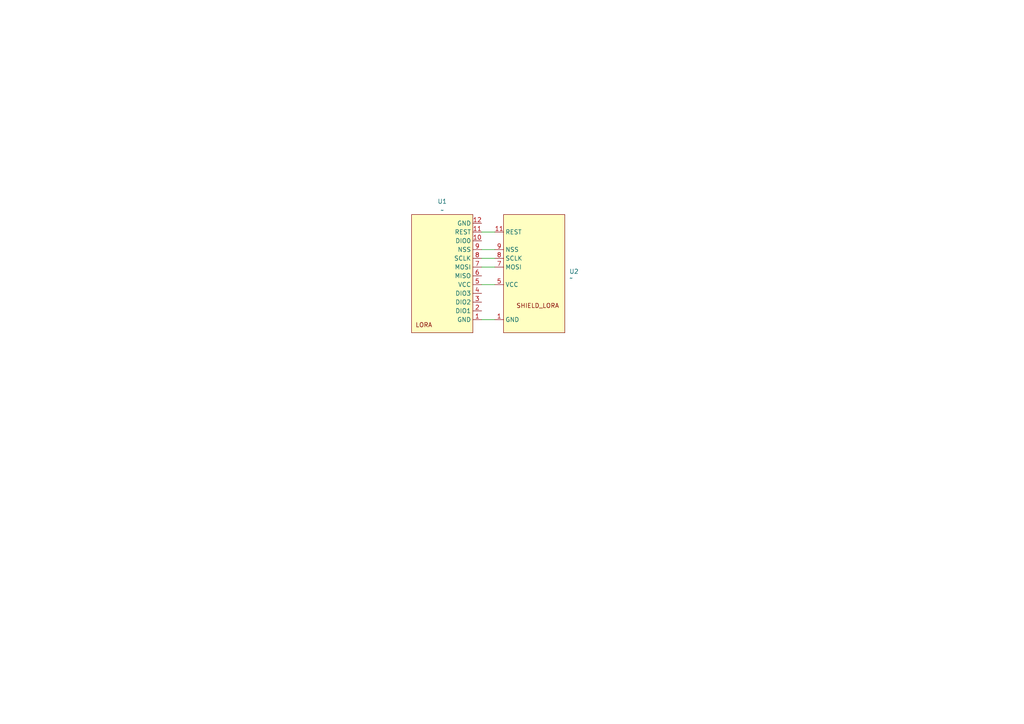
<source format=kicad_sch>
(kicad_sch
	(version 20250114)
	(generator "eeschema")
	(generator_version "9.0")
	(uuid "d843bf5e-412f-4b12-a8e4-f9eb3fec3591")
	(paper "A4")
	(lib_symbols
		(symbol "lora:LORA_SHIELD"
			(exclude_from_sim no)
			(in_bom yes)
			(on_board yes)
			(property "Reference" "U"
				(at 0 -11.43 0)
				(effects
					(font
						(size 1.27 1.27)
					)
				)
			)
			(property "Value" ""
				(at 0 0 0)
				(effects
					(font
						(size 1.27 1.27)
					)
				)
			)
			(property "Footprint" ""
				(at 0 0 0)
				(effects
					(font
						(size 1.27 1.27)
					)
					(hide yes)
				)
			)
			(property "Datasheet" ""
				(at 0 0 0)
				(effects
					(font
						(size 1.27 1.27)
					)
					(hide yes)
				)
			)
			(property "Description" ""
				(at 0 0 0)
				(effects
					(font
						(size 1.27 1.27)
					)
					(hide yes)
				)
			)
			(symbol "LORA_SHIELD_1_1"
				(rectangle
					(start -3.81 -22.86)
					(end 13.97 11.43)
					(stroke
						(width 0)
						(type solid)
					)
					(fill
						(type background)
					)
				)
				(text "SHIELD_LORA\n"
					(at 6.096 -14.986 0)
					(effects
						(font
							(size 1.27 1.27)
						)
					)
				)
				(pin input line
					(at -6.35 6.35 0)
					(length 2.54)
					(name "REST"
						(effects
							(font
								(size 1.27 1.27)
							)
						)
					)
					(number "11"
						(effects
							(font
								(size 1.27 1.27)
							)
						)
					)
				)
				(pin input line
					(at -6.35 1.27 0)
					(length 2.54)
					(name "NSS"
						(effects
							(font
								(size 1.27 1.27)
							)
						)
					)
					(number "9"
						(effects
							(font
								(size 1.27 1.27)
							)
						)
					)
				)
				(pin input line
					(at -6.35 -1.27 0)
					(length 2.54)
					(name "SCLK"
						(effects
							(font
								(size 1.27 1.27)
							)
						)
					)
					(number "8"
						(effects
							(font
								(size 1.27 1.27)
							)
						)
					)
				)
				(pin input line
					(at -6.35 -3.81 0)
					(length 2.54)
					(name "MOSI"
						(effects
							(font
								(size 1.27 1.27)
							)
						)
					)
					(number "7"
						(effects
							(font
								(size 1.27 1.27)
							)
						)
					)
				)
				(pin input line
					(at -6.35 -8.89 0)
					(length 2.54)
					(name "VCC"
						(effects
							(font
								(size 1.27 1.27)
							)
						)
					)
					(number "5"
						(effects
							(font
								(size 1.27 1.27)
							)
						)
					)
				)
				(pin input line
					(at -6.35 -19.05 0)
					(length 2.54)
					(name "GND"
						(effects
							(font
								(size 1.27 1.27)
							)
						)
					)
					(number "1"
						(effects
							(font
								(size 1.27 1.27)
							)
						)
					)
				)
			)
			(embedded_fonts no)
		)
		(symbol "lora:xl1278-smt"
			(exclude_from_sim no)
			(in_bom yes)
			(on_board yes)
			(property "Reference" "U"
				(at 0 0 0)
				(effects
					(font
						(size 1.27 1.27)
					)
				)
			)
			(property "Value" ""
				(at 0 0 0)
				(effects
					(font
						(size 1.27 1.27)
					)
				)
			)
			(property "Footprint" ""
				(at 0 0 0)
				(effects
					(font
						(size 1.27 1.27)
					)
					(hide yes)
				)
			)
			(property "Datasheet" ""
				(at 0 0 0)
				(effects
					(font
						(size 1.27 1.27)
					)
					(hide yes)
				)
			)
			(property "Description" ""
				(at 0 0 0)
				(effects
					(font
						(size 1.27 1.27)
					)
					(hide yes)
				)
			)
			(symbol "xl1278-smt_1_1"
				(rectangle
					(start 16.51 13.97)
					(end 34.29 -20.32)
					(stroke
						(width 0)
						(type solid)
					)
					(fill
						(type background)
					)
				)
				(text "LORA\n"
					(at 30.734 11.684 0)
					(effects
						(font
							(size 1.27 1.27)
						)
					)
				)
				(pin input line
					(at 13.97 10.16 0)
					(length 2.54)
					(name "GND"
						(effects
							(font
								(size 1.27 1.27)
							)
						)
					)
					(number "1"
						(effects
							(font
								(size 1.27 1.27)
							)
						)
					)
				)
				(pin input line
					(at 13.97 7.62 0)
					(length 2.54)
					(name "DIO1"
						(effects
							(font
								(size 1.27 1.27)
							)
						)
					)
					(number "2"
						(effects
							(font
								(size 1.27 1.27)
							)
						)
					)
				)
				(pin input line
					(at 13.97 5.08 0)
					(length 2.54)
					(name "DIO2"
						(effects
							(font
								(size 1.27 1.27)
							)
						)
					)
					(number "3"
						(effects
							(font
								(size 1.27 1.27)
							)
						)
					)
				)
				(pin input line
					(at 13.97 2.54 0)
					(length 2.54)
					(name "DIO3"
						(effects
							(font
								(size 1.27 1.27)
							)
						)
					)
					(number "4"
						(effects
							(font
								(size 1.27 1.27)
							)
						)
					)
				)
				(pin input line
					(at 13.97 0 0)
					(length 2.54)
					(name "VCC"
						(effects
							(font
								(size 1.27 1.27)
							)
						)
					)
					(number "5"
						(effects
							(font
								(size 1.27 1.27)
							)
						)
					)
				)
				(pin input line
					(at 13.97 -2.54 0)
					(length 2.54)
					(name "MISO"
						(effects
							(font
								(size 1.27 1.27)
							)
						)
					)
					(number "6"
						(effects
							(font
								(size 1.27 1.27)
							)
						)
					)
				)
				(pin input line
					(at 13.97 -5.08 0)
					(length 2.54)
					(name "MOSI"
						(effects
							(font
								(size 1.27 1.27)
							)
						)
					)
					(number "7"
						(effects
							(font
								(size 1.27 1.27)
							)
						)
					)
				)
				(pin input line
					(at 13.97 -7.62 0)
					(length 2.54)
					(name "SCLK"
						(effects
							(font
								(size 1.27 1.27)
							)
						)
					)
					(number "8"
						(effects
							(font
								(size 1.27 1.27)
							)
						)
					)
				)
				(pin input line
					(at 13.97 -10.16 0)
					(length 2.54)
					(name "NSS"
						(effects
							(font
								(size 1.27 1.27)
							)
						)
					)
					(number "9"
						(effects
							(font
								(size 1.27 1.27)
							)
						)
					)
				)
				(pin input line
					(at 13.97 -12.7 0)
					(length 2.54)
					(name "DIO0"
						(effects
							(font
								(size 1.27 1.27)
							)
						)
					)
					(number "10"
						(effects
							(font
								(size 1.27 1.27)
							)
						)
					)
				)
				(pin input line
					(at 13.97 -15.24 0)
					(length 2.54)
					(name "REST"
						(effects
							(font
								(size 1.27 1.27)
							)
						)
					)
					(number "11"
						(effects
							(font
								(size 1.27 1.27)
							)
						)
					)
				)
				(pin input line
					(at 13.97 -17.78 0)
					(length 2.54)
					(name "GND"
						(effects
							(font
								(size 1.27 1.27)
							)
						)
					)
					(number "12"
						(effects
							(font
								(size 1.27 1.27)
							)
						)
					)
				)
			)
			(embedded_fonts no)
		)
	)
	(wire
		(pts
			(xy 139.7 67.31) (xy 143.51 67.31)
		)
		(stroke
			(width 0)
			(type default)
		)
		(uuid "3250dd35-2f0b-472f-b303-0d4977387fe8")
	)
	(wire
		(pts
			(xy 139.7 82.55) (xy 143.51 82.55)
		)
		(stroke
			(width 0)
			(type default)
		)
		(uuid "91f3949f-5521-4144-a230-77e07c9ec070")
	)
	(wire
		(pts
			(xy 139.7 74.93) (xy 143.51 74.93)
		)
		(stroke
			(width 0)
			(type default)
		)
		(uuid "9290704b-a478-4709-b67e-65083ac4d820")
	)
	(wire
		(pts
			(xy 139.7 92.71) (xy 143.51 92.71)
		)
		(stroke
			(width 0)
			(type default)
		)
		(uuid "b0e7cc94-20ab-440d-9f5e-313f111db885")
	)
	(wire
		(pts
			(xy 139.7 77.47) (xy 143.51 77.47)
		)
		(stroke
			(width 0)
			(type default)
		)
		(uuid "be4321b1-3b8a-4fb4-8d3a-280151934d34")
	)
	(wire
		(pts
			(xy 139.7 72.39) (xy 143.51 72.39)
		)
		(stroke
			(width 0)
			(type default)
		)
		(uuid "d3d9fdea-00f8-4f00-9138-5c43c8eb4773")
	)
	(symbol
		(lib_id "lora:xl1278-smt")
		(at 153.67 82.55 180)
		(unit 1)
		(exclude_from_sim no)
		(in_bom yes)
		(on_board yes)
		(dnp no)
		(fields_autoplaced yes)
		(uuid "3c2daadd-2c49-4382-a354-541d512b6d0f")
		(property "Reference" "U1"
			(at 128.27 58.42 0)
			(effects
				(font
					(size 1.27 1.27)
				)
			)
		)
		(property "Value" "~"
			(at 128.27 60.96 0)
			(effects
				(font
					(size 1.27 1.27)
				)
			)
		)
		(property "Footprint" "LORA:XL1278"
			(at 153.67 82.55 0)
			(effects
				(font
					(size 1.27 1.27)
				)
				(hide yes)
			)
		)
		(property "Datasheet" ""
			(at 153.67 82.55 0)
			(effects
				(font
					(size 1.27 1.27)
				)
				(hide yes)
			)
		)
		(property "Description" ""
			(at 153.67 82.55 0)
			(effects
				(font
					(size 1.27 1.27)
				)
				(hide yes)
			)
		)
		(pin "6"
			(uuid "be816a31-1097-4527-86b9-0e9497f4b9b9")
		)
		(pin "2"
			(uuid "6b8b35cf-ebea-4bb5-9901-ed9d27180e01")
		)
		(pin "8"
			(uuid "1a8dda64-17b0-4896-92b4-5ca07ce42ed8")
		)
		(pin "9"
			(uuid "d31eb248-0173-44e4-aeca-3967bc1b0bb4")
		)
		(pin "12"
			(uuid "399c8e69-e349-44ce-aa7a-c1aff607de97")
		)
		(pin "11"
			(uuid "2d27da8d-f3d1-4f6c-a729-c08500c04ccd")
		)
		(pin "1"
			(uuid "a45c94c2-09f2-4c72-a909-046075504203")
		)
		(pin "7"
			(uuid "4c976470-6e56-43b9-a891-13efa2d1f5a7")
		)
		(pin "5"
			(uuid "4b8a872a-ddb8-48d2-a0dd-2395d206c3d1")
		)
		(pin "3"
			(uuid "8c549ba4-e96a-45f7-9583-f43edb5951dc")
		)
		(pin "4"
			(uuid "816d8cec-2ba7-46e0-b302-e3299e61d2fa")
		)
		(pin "10"
			(uuid "a5b9b009-1300-41de-85ef-3c7666b96642")
		)
		(instances
			(project ""
				(path "/d843bf5e-412f-4b12-a8e4-f9eb3fec3591"
					(reference "U1")
					(unit 1)
				)
			)
		)
	)
	(symbol
		(lib_id "lora:LORA_SHIELD")
		(at 149.86 73.66 0)
		(unit 1)
		(exclude_from_sim no)
		(in_bom yes)
		(on_board yes)
		(dnp no)
		(fields_autoplaced yes)
		(uuid "9edac8fa-60b5-41d5-a9d5-3a401e68cd81")
		(property "Reference" "U2"
			(at 165.1 78.7399 0)
			(effects
				(font
					(size 1.27 1.27)
				)
				(justify left)
			)
		)
		(property "Value" "~"
			(at 165.1 80.645 0)
			(effects
				(font
					(size 1.27 1.27)
				)
				(justify left)
			)
		)
		(property "Footprint" "LORA:SHIELD XL1278"
			(at 149.86 73.66 0)
			(effects
				(font
					(size 1.27 1.27)
				)
				(hide yes)
			)
		)
		(property "Datasheet" ""
			(at 149.86 73.66 0)
			(effects
				(font
					(size 1.27 1.27)
				)
				(hide yes)
			)
		)
		(property "Description" ""
			(at 149.86 73.66 0)
			(effects
				(font
					(size 1.27 1.27)
				)
				(hide yes)
			)
		)
		(pin "11"
			(uuid "c63b9e66-b3b1-49d7-95cc-c4c3749dd6ed")
		)
		(pin "9"
			(uuid "b16bc5dc-8106-43cc-a92e-d03ff1244dc9")
		)
		(pin "7"
			(uuid "ae0268a0-5e9e-4523-bf3d-6237be9c0702")
		)
		(pin "5"
			(uuid "2ddcd708-9a57-4e4b-af98-4117d5797145")
		)
		(pin "1"
			(uuid "d3d3cfb5-6f75-48e3-bf39-3c56cbc26f36")
		)
		(pin "8"
			(uuid "34a22400-a97a-4efa-b530-544114370c86")
		)
		(instances
			(project ""
				(path "/d843bf5e-412f-4b12-a8e4-f9eb3fec3591"
					(reference "U2")
					(unit 1)
				)
			)
		)
	)
	(sheet_instances
		(path "/"
			(page "1")
		)
	)
	(embedded_fonts no)
)

</source>
